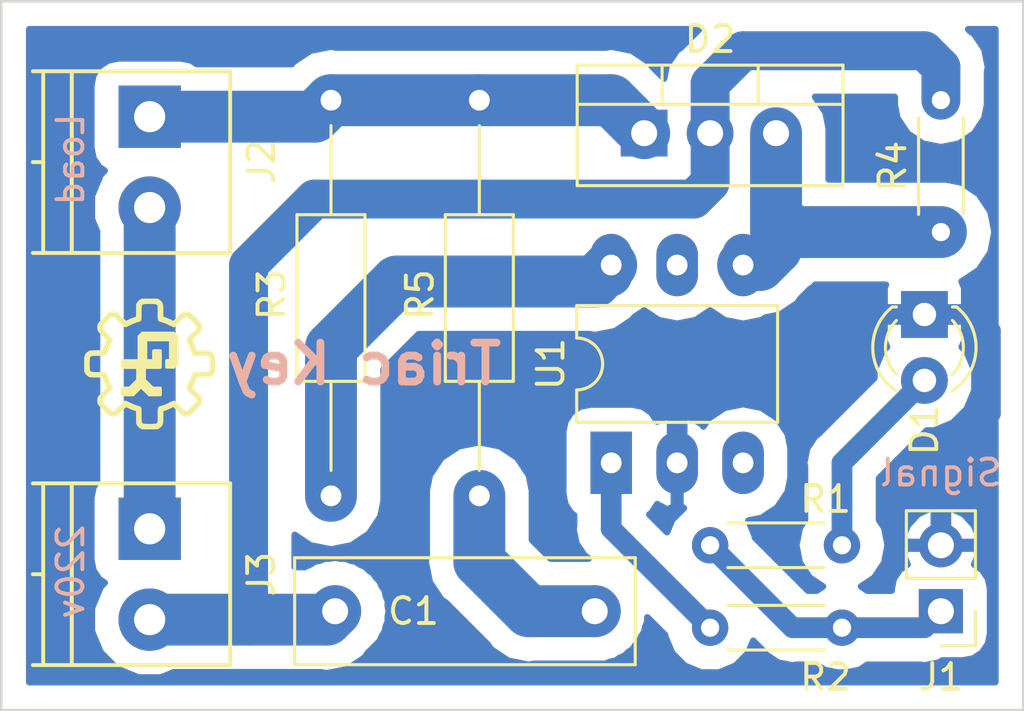
<source format=kicad_pcb>
(kicad_pcb (version 20171130) (host pcbnew "(5.0.0-rc2-154-gb82bf7c44)")

  (general
    (thickness 1.6)
    (drawings 5)
    (tracks 51)
    (zones 0)
    (modules 13)
    (nets 13)
  )

  (page A4)
  (layers
    (0 F.Cu signal)
    (31 B.Cu signal)
    (32 B.Adhes user)
    (33 F.Adhes user)
    (34 B.Paste user)
    (35 F.Paste user)
    (36 B.SilkS user)
    (37 F.SilkS user)
    (38 B.Mask user)
    (39 F.Mask user)
    (40 Dwgs.User user)
    (41 Cmts.User user)
    (42 Eco1.User user)
    (43 Eco2.User user)
    (44 Edge.Cuts user)
    (45 Margin user)
    (46 B.CrtYd user)
    (47 F.CrtYd user)
    (48 B.Fab user)
    (49 F.Fab user)
  )

  (setup
    (last_trace_width 0.25)
    (user_trace_width 0.6)
    (user_trace_width 0.8)
    (user_trace_width 1)
    (user_trace_width 1.5)
    (user_trace_width 2)
    (trace_clearance 0.2)
    (zone_clearance 0.508)
    (zone_45_only no)
    (trace_min 0.2)
    (segment_width 0.2)
    (edge_width 0.1)
    (via_size 0.6)
    (via_drill 0.4)
    (via_min_size 0.4)
    (via_min_drill 0.3)
    (uvia_size 0.3)
    (uvia_drill 0.1)
    (uvias_allowed no)
    (uvia_min_size 0.2)
    (uvia_min_drill 0.1)
    (pcb_text_width 0.3)
    (pcb_text_size 1.5 1.5)
    (mod_edge_width 0.15)
    (mod_text_size 1 1)
    (mod_text_width 0.15)
    (pad_size 1.5 1.5)
    (pad_drill 0.6)
    (pad_to_mask_clearance 0)
    (aux_axis_origin 0 0)
    (visible_elements 7FFFFFFF)
    (pcbplotparams
      (layerselection 0x010f0_80000001)
      (usegerberextensions false)
      (usegerberattributes true)
      (usegerberadvancedattributes false)
      (creategerberjobfile false)
      (excludeedgelayer false)
      (linewidth 0.100000)
      (plotframeref false)
      (viasonmask false)
      (mode 1)
      (useauxorigin true)
      (hpglpennumber 1)
      (hpglpenspeed 20)
      (hpglpendiameter 15.000000)
      (psnegative false)
      (psa4output false)
      (plotreference true)
      (plotvalue true)
      (plotinvisibletext false)
      (padsonsilk false)
      (subtractmaskfromsilk false)
      (outputformat 1)
      (mirror false)
      (drillshape 0)
      (scaleselection 1)
      (outputdirectory plots/))
  )

  (net 0 "")
  (net 1 "Net-(C1-Pad1)")
  (net 2 "Net-(C1-Pad2)")
  (net 3 GND)
  (net 4 "Net-(D1-Pad2)")
  (net 5 "Net-(D2-Pad1)")
  (net 6 "Net-(D2-Pad3)")
  (net 7 "Net-(J1-Pad1)")
  (net 8 "Net-(J2-Pad2)")
  (net 9 "Net-(R2-Pad1)")
  (net 10 "Net-(R3-Pad2)")
  (net 11 "Net-(U1-Pad5)")
  (net 12 "Net-(U1-Pad3)")

  (net_class Default "This is the default net class."
    (clearance 0.2)
    (trace_width 0.25)
    (via_dia 0.6)
    (via_drill 0.4)
    (uvia_dia 0.3)
    (uvia_drill 0.1)
    (add_net GND)
    (add_net "Net-(C1-Pad1)")
    (add_net "Net-(C1-Pad2)")
    (add_net "Net-(D1-Pad2)")
    (add_net "Net-(D2-Pad1)")
    (add_net "Net-(D2-Pad3)")
    (add_net "Net-(J1-Pad1)")
    (add_net "Net-(J2-Pad2)")
    (add_net "Net-(R2-Pad1)")
    (add_net "Net-(R3-Pad2)")
    (add_net "Net-(U1-Pad3)")
    (add_net "Net-(U1-Pad5)")
  )

  (module Capacitors_THT:C_Rect_L13.0mm_W4.0mm_P10.00mm_FKS3_FKP3_MKS4 (layer F.Cu) (tedit 597BC7C2) (tstamp 5AE1C8EF)
    (at 158.75 93.345 180)
    (descr "C, Rect series, Radial, pin pitch=10.00mm, , length*width=13*4mm^2, Capacitor, http://www.wima.com/EN/WIMA_FKS_3.pdf, http://www.wima.com/EN/WIMA_MKS_4.pdf")
    (tags "C Rect series Radial pin pitch 10.00mm  length 13mm width 4mm Capacitor")
    (path /5ADB8535)
    (fp_text reference C1 (at 6.985 0 180) (layer F.SilkS)
      (effects (font (size 1 1) (thickness 0.15)))
    )
    (fp_text value "10nF 400V" (at 3.175 0 180) (layer F.Fab)
      (effects (font (size 1 1) (thickness 0.15)))
    )
    (fp_line (start -1.5 -2) (end -1.5 2) (layer F.Fab) (width 0.1))
    (fp_line (start -1.5 2) (end 11.5 2) (layer F.Fab) (width 0.1))
    (fp_line (start 11.5 2) (end 11.5 -2) (layer F.Fab) (width 0.1))
    (fp_line (start 11.5 -2) (end -1.5 -2) (layer F.Fab) (width 0.1))
    (fp_line (start -1.56 -2.06) (end 11.56 -2.06) (layer F.SilkS) (width 0.12))
    (fp_line (start -1.56 2.06) (end 11.56 2.06) (layer F.SilkS) (width 0.12))
    (fp_line (start -1.56 -2.06) (end -1.56 2.06) (layer F.SilkS) (width 0.12))
    (fp_line (start 11.56 -2.06) (end 11.56 2.06) (layer F.SilkS) (width 0.12))
    (fp_line (start -1.85 -2.35) (end -1.85 2.35) (layer F.CrtYd) (width 0.05))
    (fp_line (start -1.85 2.35) (end 11.85 2.35) (layer F.CrtYd) (width 0.05))
    (fp_line (start 11.85 2.35) (end 11.85 -2.35) (layer F.CrtYd) (width 0.05))
    (fp_line (start 11.85 -2.35) (end -1.85 -2.35) (layer F.CrtYd) (width 0.05))
    (fp_text user %R (at 6.985 0 180) (layer F.Fab)
      (effects (font (size 1 1) (thickness 0.15)))
    )
    (pad 1 thru_hole circle (at 0 0 180) (size 2 2) (drill 1) (layers *.Cu *.Mask)
      (net 1 "Net-(C1-Pad1)"))
    (pad 2 thru_hole circle (at 10 0 180) (size 2 2) (drill 1) (layers *.Cu *.Mask)
      (net 2 "Net-(C1-Pad2)"))
    (model ${KISYS3DMOD}/Capacitors_THT.3dshapes/C_Rect_L13.0mm_W4.0mm_P10.00mm_FKS3_FKP3_MKS4.wrl
      (at (xyz 0 0 0))
      (scale (xyz 1 1 1))
      (rotate (xyz 0 0 0))
    )
  )

  (module LEDs:LED_D3.0mm (layer F.Cu) (tedit 587A3A7B) (tstamp 5AE1C902)
    (at 171.45 81.915 270)
    (descr "LED, diameter 3.0mm, 2 pins")
    (tags "LED diameter 3.0mm 2 pins")
    (path /5ADB13B6)
    (fp_text reference D1 (at 4.445 0 270) (layer F.SilkS)
      (effects (font (size 1 1) (thickness 0.15)))
    )
    (fp_text value "LED SIGNAL" (at 1.27 2.96 270) (layer F.Fab)
      (effects (font (size 1 1) (thickness 0.15)))
    )
    (fp_arc (start 1.27 0) (end -0.23 -1.16619) (angle 284.3) (layer F.Fab) (width 0.1))
    (fp_arc (start 1.27 0) (end -0.29 -1.235516) (angle 108.8) (layer F.SilkS) (width 0.12))
    (fp_arc (start 1.27 0) (end -0.29 1.235516) (angle -108.8) (layer F.SilkS) (width 0.12))
    (fp_arc (start 1.27 0) (end 0.229039 -1.08) (angle 87.9) (layer F.SilkS) (width 0.12))
    (fp_arc (start 1.27 0) (end 0.229039 1.08) (angle -87.9) (layer F.SilkS) (width 0.12))
    (fp_circle (center 1.27 0) (end 2.77 0) (layer F.Fab) (width 0.1))
    (fp_line (start -0.23 -1.16619) (end -0.23 1.16619) (layer F.Fab) (width 0.1))
    (fp_line (start -0.29 -1.236) (end -0.29 -1.08) (layer F.SilkS) (width 0.12))
    (fp_line (start -0.29 1.08) (end -0.29 1.236) (layer F.SilkS) (width 0.12))
    (fp_line (start -1.15 -2.25) (end -1.15 2.25) (layer F.CrtYd) (width 0.05))
    (fp_line (start -1.15 2.25) (end 3.7 2.25) (layer F.CrtYd) (width 0.05))
    (fp_line (start 3.7 2.25) (end 3.7 -2.25) (layer F.CrtYd) (width 0.05))
    (fp_line (start 3.7 -2.25) (end -1.15 -2.25) (layer F.CrtYd) (width 0.05))
    (pad 1 thru_hole rect (at 0 0 270) (size 1.8 1.8) (drill 0.9) (layers *.Cu *.Mask)
      (net 3 GND))
    (pad 2 thru_hole circle (at 2.54 0 270) (size 1.8 1.8) (drill 0.9) (layers *.Cu *.Mask)
      (net 4 "Net-(D1-Pad2)"))
    (model ${KISYS3DMOD}/LEDs.3dshapes/LED_D3.0mm.wrl
      (at (xyz 0 0 0))
      (scale (xyz 0.393701 0.393701 0.393701))
      (rotate (xyz 0 0 0))
    )
  )

  (module TO_SOT_Packages_THT:TO-220-3_Vertical (layer F.Cu) (tedit 58CE52AD) (tstamp 5AE1C91C)
    (at 160.655 74.93)
    (descr "TO-220-3, Vertical, RM 2.54mm")
    (tags "TO-220-3 Vertical RM 2.54mm")
    (path /5ADB04CD)
    (fp_text reference D2 (at 2.54 -3.62) (layer F.SilkS)
      (effects (font (size 1 1) (thickness 0.15)))
    )
    (fp_text value BT138 (at 1.905 2.54) (layer F.Fab)
      (effects (font (size 1 1) (thickness 0.15)))
    )
    (fp_text user %R (at 2.54 -3.62) (layer F.Fab)
      (effects (font (size 1 1) (thickness 0.15)))
    )
    (fp_line (start -2.46 -2.5) (end -2.46 1.9) (layer F.Fab) (width 0.1))
    (fp_line (start -2.46 1.9) (end 7.54 1.9) (layer F.Fab) (width 0.1))
    (fp_line (start 7.54 1.9) (end 7.54 -2.5) (layer F.Fab) (width 0.1))
    (fp_line (start 7.54 -2.5) (end -2.46 -2.5) (layer F.Fab) (width 0.1))
    (fp_line (start -2.46 -1.23) (end 7.54 -1.23) (layer F.Fab) (width 0.1))
    (fp_line (start 0.69 -2.5) (end 0.69 -1.23) (layer F.Fab) (width 0.1))
    (fp_line (start 4.39 -2.5) (end 4.39 -1.23) (layer F.Fab) (width 0.1))
    (fp_line (start -2.58 -2.62) (end 7.66 -2.62) (layer F.SilkS) (width 0.12))
    (fp_line (start -2.58 2.021) (end 7.66 2.021) (layer F.SilkS) (width 0.12))
    (fp_line (start -2.58 -2.62) (end -2.58 2.021) (layer F.SilkS) (width 0.12))
    (fp_line (start 7.66 -2.62) (end 7.66 2.021) (layer F.SilkS) (width 0.12))
    (fp_line (start -2.58 -1.11) (end 7.66 -1.11) (layer F.SilkS) (width 0.12))
    (fp_line (start 0.69 -2.62) (end 0.69 -1.11) (layer F.SilkS) (width 0.12))
    (fp_line (start 4.391 -2.62) (end 4.391 -1.11) (layer F.SilkS) (width 0.12))
    (fp_line (start -2.71 -2.75) (end -2.71 2.16) (layer F.CrtYd) (width 0.05))
    (fp_line (start -2.71 2.16) (end 7.79 2.16) (layer F.CrtYd) (width 0.05))
    (fp_line (start 7.79 2.16) (end 7.79 -2.75) (layer F.CrtYd) (width 0.05))
    (fp_line (start 7.79 -2.75) (end -2.71 -2.75) (layer F.CrtYd) (width 0.05))
    (pad 1 thru_hole rect (at 0 0) (size 1.8 1.8) (drill 1) (layers *.Cu *.Mask)
      (net 5 "Net-(D2-Pad1)"))
    (pad 2 thru_hole oval (at 2.54 0) (size 1.8 1.8) (drill 1) (layers *.Cu *.Mask)
      (net 2 "Net-(C1-Pad2)"))
    (pad 3 thru_hole oval (at 5.08 0) (size 1.8 1.8) (drill 1) (layers *.Cu *.Mask)
      (net 6 "Net-(D2-Pad3)"))
    (model ${KISYS3DMOD}/Package_TO_SOT_THT.3dshapes/TO-220-3_Vertical.wrl
      (at (xyz 0 0 0))
      (scale (xyz 1 1 1))
      (rotate (xyz 0 0 0))
    )
  )

  (module Pin_Headers:Pin_Header_Straight_1x02_Pitch2.54mm (layer F.Cu) (tedit 5AE9ECBE) (tstamp 5AE1C932)
    (at 172.085 93.345 180)
    (descr "Through hole straight pin header, 1x02, 2.54mm pitch, single row")
    (tags "Through hole pin header THT 1x02 2.54mm single row")
    (path /5AE1D77D)
    (fp_text reference J1 (at 0 -2.54 180) (layer F.SilkS)
      (effects (font (size 1 1) (thickness 0.15)))
    )
    (fp_text value Signal (at 0 5.334) (layer B.SilkS)
      (effects (font (size 1 1) (thickness 0.15)) (justify mirror))
    )
    (fp_line (start -0.635 -1.27) (end 1.27 -1.27) (layer F.Fab) (width 0.1))
    (fp_line (start 1.27 -1.27) (end 1.27 3.81) (layer F.Fab) (width 0.1))
    (fp_line (start 1.27 3.81) (end -1.27 3.81) (layer F.Fab) (width 0.1))
    (fp_line (start -1.27 3.81) (end -1.27 -0.635) (layer F.Fab) (width 0.1))
    (fp_line (start -1.27 -0.635) (end -0.635 -1.27) (layer F.Fab) (width 0.1))
    (fp_line (start -1.33 3.87) (end 1.33 3.87) (layer F.SilkS) (width 0.12))
    (fp_line (start -1.33 1.27) (end -1.33 3.87) (layer F.SilkS) (width 0.12))
    (fp_line (start 1.33 1.27) (end 1.33 3.87) (layer F.SilkS) (width 0.12))
    (fp_line (start -1.33 1.27) (end 1.33 1.27) (layer F.SilkS) (width 0.12))
    (fp_line (start -1.33 0) (end -1.33 -1.33) (layer F.SilkS) (width 0.12))
    (fp_line (start -1.33 -1.33) (end 0 -1.33) (layer F.SilkS) (width 0.12))
    (fp_line (start -1.8 -1.8) (end -1.8 4.35) (layer F.CrtYd) (width 0.05))
    (fp_line (start -1.8 4.35) (end 1.8 4.35) (layer F.CrtYd) (width 0.05))
    (fp_line (start 1.8 4.35) (end 1.8 -1.8) (layer F.CrtYd) (width 0.05))
    (fp_line (start 1.8 -1.8) (end -1.8 -1.8) (layer F.CrtYd) (width 0.05))
    (fp_text user %R (at 0 1.27 270) (layer F.Fab)
      (effects (font (size 1 1) (thickness 0.15)))
    )
    (pad 1 thru_hole rect (at 0 0 180) (size 1.7 1.7) (drill 1) (layers *.Cu *.Mask)
      (net 7 "Net-(J1-Pad1)"))
    (pad 2 thru_hole oval (at 0 2.54 180) (size 1.7 1.7) (drill 1) (layers *.Cu *.Mask)
      (net 3 GND))
    (model ${KISYS3DMOD}/Pin_Headers.3dshapes/Pin_Header_Straight_1x02_Pitch2.54mm.wrl
      (at (xyz 0 0 0))
      (scale (xyz 1 1 1))
      (rotate (xyz 0 0 0))
    )
  )

  (module TerminalBlocks_Phoenix:TerminalBlock_Phoenix_PT-3.5mm_2pol (layer F.Cu) (tedit 5AE9EC9E) (tstamp 5AE1C943)
    (at 141.605 74.295 270)
    (descr "2-way 3.5mm pitch terminal block, Phoenix PT series")
    (path /5ADB465D)
    (fp_text reference J2 (at 1.75 -4.3 270) (layer F.SilkS)
      (effects (font (size 1 1) (thickness 0.15)))
    )
    (fp_text value Load (at 1.651 3.048 270) (layer B.SilkS)
      (effects (font (size 1 1) (thickness 0.15)) (justify mirror))
    )
    (fp_text user %R (at 1.75 0 270) (layer F.Fab)
      (effects (font (size 1 1) (thickness 0.15)))
    )
    (fp_line (start -1.9 -3.3) (end 5.4 -3.3) (layer F.CrtYd) (width 0.05))
    (fp_line (start -1.9 4.7) (end -1.9 -3.3) (layer F.CrtYd) (width 0.05))
    (fp_line (start 5.4 4.7) (end -1.9 4.7) (layer F.CrtYd) (width 0.05))
    (fp_line (start 5.4 -3.3) (end 5.4 4.7) (layer F.CrtYd) (width 0.05))
    (fp_line (start 1.75 4.1) (end 1.75 4.5) (layer F.SilkS) (width 0.15))
    (fp_line (start -1.75 3) (end 5.25 3) (layer F.SilkS) (width 0.15))
    (fp_line (start -1.75 4.1) (end 5.25 4.1) (layer F.SilkS) (width 0.15))
    (fp_line (start -1.75 -3.1) (end -1.75 4.5) (layer F.SilkS) (width 0.15))
    (fp_line (start 5.25 4.5) (end 5.25 -3.1) (layer F.SilkS) (width 0.15))
    (fp_line (start 5.25 -3.1) (end -1.75 -3.1) (layer F.SilkS) (width 0.15))
    (pad 2 thru_hole circle (at 3.5 0 270) (size 2.4 2.4) (drill 1.2) (layers *.Cu *.Mask)
      (net 8 "Net-(J2-Pad2)"))
    (pad 1 thru_hole rect (at 0 0 270) (size 2.4 2.4) (drill 1.2) (layers *.Cu *.Mask)
      (net 5 "Net-(D2-Pad1)"))
    (model ${KISYS3DMOD}/TerminalBlock_Phoenix.3dshapes/TerminalBlock_Phoenix_PT-3.5mm_2pol.wrl
      (at (xyz 0 0 0))
      (scale (xyz 1 1 1))
      (rotate (xyz 0 0 0))
    )
  )

  (module TerminalBlocks_Phoenix:TerminalBlock_Phoenix_PT-3.5mm_2pol (layer F.Cu) (tedit 5AE9ECA7) (tstamp 5AE1C954)
    (at 141.605 90.17 270)
    (descr "2-way 3.5mm pitch terminal block, Phoenix PT series")
    (path /5ADB5F0B)
    (fp_text reference J3 (at 1.75 -4.3 270) (layer F.SilkS)
      (effects (font (size 1 1) (thickness 0.15)))
    )
    (fp_text value 220v (at 1.651 3.048 270) (layer B.SilkS)
      (effects (font (size 1 1) (thickness 0.15)) (justify mirror))
    )
    (fp_text user %R (at 1.75 0 270) (layer F.Fab)
      (effects (font (size 1 1) (thickness 0.15)))
    )
    (fp_line (start -1.9 -3.3) (end 5.4 -3.3) (layer F.CrtYd) (width 0.05))
    (fp_line (start -1.9 4.7) (end -1.9 -3.3) (layer F.CrtYd) (width 0.05))
    (fp_line (start 5.4 4.7) (end -1.9 4.7) (layer F.CrtYd) (width 0.05))
    (fp_line (start 5.4 -3.3) (end 5.4 4.7) (layer F.CrtYd) (width 0.05))
    (fp_line (start 1.75 4.1) (end 1.75 4.5) (layer F.SilkS) (width 0.15))
    (fp_line (start -1.75 3) (end 5.25 3) (layer F.SilkS) (width 0.15))
    (fp_line (start -1.75 4.1) (end 5.25 4.1) (layer F.SilkS) (width 0.15))
    (fp_line (start -1.75 -3.1) (end -1.75 4.5) (layer F.SilkS) (width 0.15))
    (fp_line (start 5.25 4.5) (end 5.25 -3.1) (layer F.SilkS) (width 0.15))
    (fp_line (start 5.25 -3.1) (end -1.75 -3.1) (layer F.SilkS) (width 0.15))
    (pad 2 thru_hole circle (at 3.5 0 270) (size 2.4 2.4) (drill 1.2) (layers *.Cu *.Mask)
      (net 2 "Net-(C1-Pad2)"))
    (pad 1 thru_hole rect (at 0 0 270) (size 2.4 2.4) (drill 1.2) (layers *.Cu *.Mask)
      (net 8 "Net-(J2-Pad2)"))
    (model ${KISYS3DMOD}/TerminalBlock_Phoenix.3dshapes/TerminalBlock_Phoenix_PT-3.5mm_2pol.wrl
      (at (xyz 0 0 0))
      (scale (xyz 1 1 1))
      (rotate (xyz 0 0 0))
    )
  )

  (module Resistors_THT:R_Axial_DIN0204_L3.6mm_D1.6mm_P5.08mm_Horizontal (layer F.Cu) (tedit 5874F706) (tstamp 5AE1C966)
    (at 163.195 90.805)
    (descr "Resistor, Axial_DIN0204 series, Axial, Horizontal, pin pitch=5.08mm, 0.16666666666666666W = 1/6W, length*diameter=3.6*1.6mm^2, http://cdn-reichelt.de/documents/datenblatt/B400/1_4W%23YAG.pdf")
    (tags "Resistor Axial_DIN0204 series Axial Horizontal pin pitch 5.08mm 0.16666666666666666W = 1/6W length 3.6mm diameter 1.6mm")
    (path /5ADCCB7A)
    (fp_text reference R1 (at 4.445 -1.778) (layer F.SilkS)
      (effects (font (size 1 1) (thickness 0.15)))
    )
    (fp_text value 220 (at 2.54 0) (layer F.Fab)
      (effects (font (size 1 1) (thickness 0.15)))
    )
    (fp_line (start 0.74 -0.8) (end 0.74 0.8) (layer F.Fab) (width 0.1))
    (fp_line (start 0.74 0.8) (end 4.34 0.8) (layer F.Fab) (width 0.1))
    (fp_line (start 4.34 0.8) (end 4.34 -0.8) (layer F.Fab) (width 0.1))
    (fp_line (start 4.34 -0.8) (end 0.74 -0.8) (layer F.Fab) (width 0.1))
    (fp_line (start 0 0) (end 0.74 0) (layer F.Fab) (width 0.1))
    (fp_line (start 5.08 0) (end 4.34 0) (layer F.Fab) (width 0.1))
    (fp_line (start 0.68 -0.86) (end 4.4 -0.86) (layer F.SilkS) (width 0.12))
    (fp_line (start 0.68 0.86) (end 4.4 0.86) (layer F.SilkS) (width 0.12))
    (fp_line (start -0.95 -1.15) (end -0.95 1.15) (layer F.CrtYd) (width 0.05))
    (fp_line (start -0.95 1.15) (end 6.05 1.15) (layer F.CrtYd) (width 0.05))
    (fp_line (start 6.05 1.15) (end 6.05 -1.15) (layer F.CrtYd) (width 0.05))
    (fp_line (start 6.05 -1.15) (end -0.95 -1.15) (layer F.CrtYd) (width 0.05))
    (pad 1 thru_hole circle (at 0 0) (size 1.4 1.4) (drill 0.7) (layers *.Cu *.Mask)
      (net 7 "Net-(J1-Pad1)"))
    (pad 2 thru_hole oval (at 5.08 0) (size 1.4 1.4) (drill 0.7) (layers *.Cu *.Mask)
      (net 4 "Net-(D1-Pad2)"))
    (model ${KISYS3DMOD}/Resistors_THT.3dshapes/R_Axial_DIN0204_L3.6mm_D1.6mm_P5.08mm_Horizontal.wrl
      (at (xyz 0 0 0))
      (scale (xyz 0.393701 0.393701 0.393701))
      (rotate (xyz 0 0 0))
    )
  )

  (module Resistors_THT:R_Axial_DIN0204_L3.6mm_D1.6mm_P5.08mm_Horizontal (layer F.Cu) (tedit 5874F706) (tstamp 5AE1C978)
    (at 163.195 93.98)
    (descr "Resistor, Axial_DIN0204 series, Axial, Horizontal, pin pitch=5.08mm, 0.16666666666666666W = 1/6W, length*diameter=3.6*1.6mm^2, http://cdn-reichelt.de/documents/datenblatt/B400/1_4W%23YAG.pdf")
    (tags "Resistor Axial_DIN0204 series Axial Horizontal pin pitch 5.08mm 0.16666666666666666W = 1/6W length 3.6mm diameter 1.6mm")
    (path /5ADB152A)
    (fp_text reference R2 (at 4.445 1.905) (layer F.SilkS)
      (effects (font (size 1 1) (thickness 0.15)))
    )
    (fp_text value 220 (at 2.54 0) (layer F.Fab)
      (effects (font (size 1 1) (thickness 0.15)))
    )
    (fp_line (start 0.74 -0.8) (end 0.74 0.8) (layer F.Fab) (width 0.1))
    (fp_line (start 0.74 0.8) (end 4.34 0.8) (layer F.Fab) (width 0.1))
    (fp_line (start 4.34 0.8) (end 4.34 -0.8) (layer F.Fab) (width 0.1))
    (fp_line (start 4.34 -0.8) (end 0.74 -0.8) (layer F.Fab) (width 0.1))
    (fp_line (start 0 0) (end 0.74 0) (layer F.Fab) (width 0.1))
    (fp_line (start 5.08 0) (end 4.34 0) (layer F.Fab) (width 0.1))
    (fp_line (start 0.68 -0.86) (end 4.4 -0.86) (layer F.SilkS) (width 0.12))
    (fp_line (start 0.68 0.86) (end 4.4 0.86) (layer F.SilkS) (width 0.12))
    (fp_line (start -0.95 -1.15) (end -0.95 1.15) (layer F.CrtYd) (width 0.05))
    (fp_line (start -0.95 1.15) (end 6.05 1.15) (layer F.CrtYd) (width 0.05))
    (fp_line (start 6.05 1.15) (end 6.05 -1.15) (layer F.CrtYd) (width 0.05))
    (fp_line (start 6.05 -1.15) (end -0.95 -1.15) (layer F.CrtYd) (width 0.05))
    (pad 1 thru_hole circle (at 0 0) (size 1.4 1.4) (drill 0.7) (layers *.Cu *.Mask)
      (net 9 "Net-(R2-Pad1)"))
    (pad 2 thru_hole oval (at 5.08 0) (size 1.4 1.4) (drill 0.7) (layers *.Cu *.Mask)
      (net 7 "Net-(J1-Pad1)"))
    (model ${KISYS3DMOD}/Resistors_THT.3dshapes/R_Axial_DIN0204_L3.6mm_D1.6mm_P5.08mm_Horizontal.wrl
      (at (xyz 0 0 0))
      (scale (xyz 0.393701 0.393701 0.393701))
      (rotate (xyz 0 0 0))
    )
  )

  (module Resistors_THT:R_Axial_DIN0207_L6.3mm_D2.5mm_P15.24mm_Horizontal (layer F.Cu) (tedit 5874F706) (tstamp 5AE1C98E)
    (at 148.59 73.66 270)
    (descr "Resistor, Axial_DIN0207 series, Axial, Horizontal, pin pitch=15.24mm, 0.25W = 1/4W, length*diameter=6.3*2.5mm^2, http://cdn-reichelt.de/documents/datenblatt/B400/1_4W%23YAG.pdf")
    (tags "Resistor Axial_DIN0207 series Axial Horizontal pin pitch 15.24mm 0.25W = 1/4W length 6.3mm diameter 2.5mm")
    (path /5ADB0598)
    (fp_text reference R3 (at 7.493 2.286 270) (layer F.SilkS)
      (effects (font (size 1 1) (thickness 0.15)))
    )
    (fp_text value "360 1W" (at 6.35 0 270) (layer F.Fab)
      (effects (font (size 1 1) (thickness 0.15)))
    )
    (fp_line (start 4.47 -1.25) (end 4.47 1.25) (layer F.Fab) (width 0.1))
    (fp_line (start 4.47 1.25) (end 10.77 1.25) (layer F.Fab) (width 0.1))
    (fp_line (start 10.77 1.25) (end 10.77 -1.25) (layer F.Fab) (width 0.1))
    (fp_line (start 10.77 -1.25) (end 4.47 -1.25) (layer F.Fab) (width 0.1))
    (fp_line (start 0 0) (end 4.47 0) (layer F.Fab) (width 0.1))
    (fp_line (start 15.24 0) (end 10.77 0) (layer F.Fab) (width 0.1))
    (fp_line (start 4.41 -1.31) (end 4.41 1.31) (layer F.SilkS) (width 0.12))
    (fp_line (start 4.41 1.31) (end 10.83 1.31) (layer F.SilkS) (width 0.12))
    (fp_line (start 10.83 1.31) (end 10.83 -1.31) (layer F.SilkS) (width 0.12))
    (fp_line (start 10.83 -1.31) (end 4.41 -1.31) (layer F.SilkS) (width 0.12))
    (fp_line (start 0.98 0) (end 4.41 0) (layer F.SilkS) (width 0.12))
    (fp_line (start 14.26 0) (end 10.83 0) (layer F.SilkS) (width 0.12))
    (fp_line (start -1.05 -1.6) (end -1.05 1.6) (layer F.CrtYd) (width 0.05))
    (fp_line (start -1.05 1.6) (end 16.3 1.6) (layer F.CrtYd) (width 0.05))
    (fp_line (start 16.3 1.6) (end 16.3 -1.6) (layer F.CrtYd) (width 0.05))
    (fp_line (start 16.3 -1.6) (end -1.05 -1.6) (layer F.CrtYd) (width 0.05))
    (pad 1 thru_hole circle (at 0 0 270) (size 1.6 1.6) (drill 0.8) (layers *.Cu *.Mask)
      (net 5 "Net-(D2-Pad1)"))
    (pad 2 thru_hole oval (at 15.24 0 270) (size 1.6 1.6) (drill 0.8) (layers *.Cu *.Mask)
      (net 10 "Net-(R3-Pad2)"))
    (model ${KISYS3DMOD}/Resistors_THT.3dshapes/R_Axial_DIN0207_L6.3mm_D2.5mm_P15.24mm_Horizontal.wrl
      (at (xyz 0 0 0))
      (scale (xyz 0.393701 0.393701 0.393701))
      (rotate (xyz 0 0 0))
    )
  )

  (module Resistors_THT:R_Axial_DIN0204_L3.6mm_D1.6mm_P5.08mm_Horizontal (layer F.Cu) (tedit 5874F706) (tstamp 5AE1C9A0)
    (at 172.085 78.74 90)
    (descr "Resistor, Axial_DIN0204 series, Axial, Horizontal, pin pitch=5.08mm, 0.16666666666666666W = 1/6W, length*diameter=3.6*1.6mm^2, http://cdn-reichelt.de/documents/datenblatt/B400/1_4W%23YAG.pdf")
    (tags "Resistor Axial_DIN0204 series Axial Horizontal pin pitch 5.08mm 0.16666666666666666W = 1/6W length 3.6mm diameter 1.6mm")
    (path /5ADBC30C)
    (fp_text reference R4 (at 2.54 -1.86 90) (layer F.SilkS)
      (effects (font (size 1 1) (thickness 0.15)))
    )
    (fp_text value 360 (at 2.54 0 90) (layer F.Fab)
      (effects (font (size 1 1) (thickness 0.15)))
    )
    (fp_line (start 0.74 -0.8) (end 0.74 0.8) (layer F.Fab) (width 0.1))
    (fp_line (start 0.74 0.8) (end 4.34 0.8) (layer F.Fab) (width 0.1))
    (fp_line (start 4.34 0.8) (end 4.34 -0.8) (layer F.Fab) (width 0.1))
    (fp_line (start 4.34 -0.8) (end 0.74 -0.8) (layer F.Fab) (width 0.1))
    (fp_line (start 0 0) (end 0.74 0) (layer F.Fab) (width 0.1))
    (fp_line (start 5.08 0) (end 4.34 0) (layer F.Fab) (width 0.1))
    (fp_line (start 0.68 -0.86) (end 4.4 -0.86) (layer F.SilkS) (width 0.12))
    (fp_line (start 0.68 0.86) (end 4.4 0.86) (layer F.SilkS) (width 0.12))
    (fp_line (start -0.95 -1.15) (end -0.95 1.15) (layer F.CrtYd) (width 0.05))
    (fp_line (start -0.95 1.15) (end 6.05 1.15) (layer F.CrtYd) (width 0.05))
    (fp_line (start 6.05 1.15) (end 6.05 -1.15) (layer F.CrtYd) (width 0.05))
    (fp_line (start 6.05 -1.15) (end -0.95 -1.15) (layer F.CrtYd) (width 0.05))
    (pad 1 thru_hole circle (at 0 0 90) (size 1.4 1.4) (drill 0.7) (layers *.Cu *.Mask)
      (net 6 "Net-(D2-Pad3)"))
    (pad 2 thru_hole oval (at 5.08 0 90) (size 1.4 1.4) (drill 0.7) (layers *.Cu *.Mask)
      (net 2 "Net-(C1-Pad2)"))
    (model ${KISYS3DMOD}/Resistors_THT.3dshapes/R_Axial_DIN0204_L3.6mm_D1.6mm_P5.08mm_Horizontal.wrl
      (at (xyz 0 0 0))
      (scale (xyz 0.393701 0.393701 0.393701))
      (rotate (xyz 0 0 0))
    )
  )

  (module Resistors_THT:R_Axial_DIN0207_L6.3mm_D2.5mm_P15.24mm_Horizontal (layer F.Cu) (tedit 5874F706) (tstamp 5AE1C9B6)
    (at 154.305 88.9 90)
    (descr "Resistor, Axial_DIN0207 series, Axial, Horizontal, pin pitch=15.24mm, 0.25W = 1/4W, length*diameter=6.3*2.5mm^2, http://cdn-reichelt.de/documents/datenblatt/B400/1_4W%23YAG.pdf")
    (tags "Resistor Axial_DIN0207 series Axial Horizontal pin pitch 15.24mm 0.25W = 1/4W length 6.3mm diameter 2.5mm")
    (path /5ADB837E)
    (fp_text reference R5 (at 7.747 -2.286 90) (layer F.SilkS)
      (effects (font (size 1 1) (thickness 0.15)))
    )
    (fp_text value "39 1W" (at 9.525 0 90) (layer F.Fab)
      (effects (font (size 1 1) (thickness 0.15)))
    )
    (fp_line (start 4.47 -1.25) (end 4.47 1.25) (layer F.Fab) (width 0.1))
    (fp_line (start 4.47 1.25) (end 10.77 1.25) (layer F.Fab) (width 0.1))
    (fp_line (start 10.77 1.25) (end 10.77 -1.25) (layer F.Fab) (width 0.1))
    (fp_line (start 10.77 -1.25) (end 4.47 -1.25) (layer F.Fab) (width 0.1))
    (fp_line (start 0 0) (end 4.47 0) (layer F.Fab) (width 0.1))
    (fp_line (start 15.24 0) (end 10.77 0) (layer F.Fab) (width 0.1))
    (fp_line (start 4.41 -1.31) (end 4.41 1.31) (layer F.SilkS) (width 0.12))
    (fp_line (start 4.41 1.31) (end 10.83 1.31) (layer F.SilkS) (width 0.12))
    (fp_line (start 10.83 1.31) (end 10.83 -1.31) (layer F.SilkS) (width 0.12))
    (fp_line (start 10.83 -1.31) (end 4.41 -1.31) (layer F.SilkS) (width 0.12))
    (fp_line (start 0.98 0) (end 4.41 0) (layer F.SilkS) (width 0.12))
    (fp_line (start 14.26 0) (end 10.83 0) (layer F.SilkS) (width 0.12))
    (fp_line (start -1.05 -1.6) (end -1.05 1.6) (layer F.CrtYd) (width 0.05))
    (fp_line (start -1.05 1.6) (end 16.3 1.6) (layer F.CrtYd) (width 0.05))
    (fp_line (start 16.3 1.6) (end 16.3 -1.6) (layer F.CrtYd) (width 0.05))
    (fp_line (start 16.3 -1.6) (end -1.05 -1.6) (layer F.CrtYd) (width 0.05))
    (pad 1 thru_hole circle (at 0 0 90) (size 1.6 1.6) (drill 0.8) (layers *.Cu *.Mask)
      (net 1 "Net-(C1-Pad1)"))
    (pad 2 thru_hole oval (at 15.24 0 90) (size 1.6 1.6) (drill 0.8) (layers *.Cu *.Mask)
      (net 5 "Net-(D2-Pad1)"))
    (model ${KISYS3DMOD}/Resistors_THT.3dshapes/R_Axial_DIN0207_L6.3mm_D2.5mm_P15.24mm_Horizontal.wrl
      (at (xyz 0 0 0))
      (scale (xyz 0.393701 0.393701 0.393701))
      (rotate (xyz 0 0 0))
    )
  )

  (module Housings_DIP:DIP-6_W7.62mm_LongPads (layer F.Cu) (tedit 59C78D6B) (tstamp 5AE1C9D0)
    (at 159.385 87.63 90)
    (descr "6-lead though-hole mounted DIP package, row spacing 7.62 mm (300 mils), LongPads")
    (tags "THT DIP DIL PDIP 2.54mm 7.62mm 300mil LongPads")
    (path /5AE1973D)
    (fp_text reference U1 (at 3.81 -2.33 90) (layer F.SilkS)
      (effects (font (size 1 1) (thickness 0.15)))
    )
    (fp_text value MOC3063M (at 3.81 7.41 90) (layer F.Fab)
      (effects (font (size 1 1) (thickness 0.15)))
    )
    (fp_arc (start 3.81 -1.33) (end 2.81 -1.33) (angle -180) (layer F.SilkS) (width 0.12))
    (fp_line (start 1.635 -1.27) (end 6.985 -1.27) (layer F.Fab) (width 0.1))
    (fp_line (start 6.985 -1.27) (end 6.985 6.35) (layer F.Fab) (width 0.1))
    (fp_line (start 6.985 6.35) (end 0.635 6.35) (layer F.Fab) (width 0.1))
    (fp_line (start 0.635 6.35) (end 0.635 -0.27) (layer F.Fab) (width 0.1))
    (fp_line (start 0.635 -0.27) (end 1.635 -1.27) (layer F.Fab) (width 0.1))
    (fp_line (start 2.81 -1.33) (end 1.56 -1.33) (layer F.SilkS) (width 0.12))
    (fp_line (start 1.56 -1.33) (end 1.56 6.41) (layer F.SilkS) (width 0.12))
    (fp_line (start 1.56 6.41) (end 6.06 6.41) (layer F.SilkS) (width 0.12))
    (fp_line (start 6.06 6.41) (end 6.06 -1.33) (layer F.SilkS) (width 0.12))
    (fp_line (start 6.06 -1.33) (end 4.81 -1.33) (layer F.SilkS) (width 0.12))
    (fp_line (start -1.45 -1.55) (end -1.45 6.6) (layer F.CrtYd) (width 0.05))
    (fp_line (start -1.45 6.6) (end 9.1 6.6) (layer F.CrtYd) (width 0.05))
    (fp_line (start 9.1 6.6) (end 9.1 -1.55) (layer F.CrtYd) (width 0.05))
    (fp_line (start 9.1 -1.55) (end -1.45 -1.55) (layer F.CrtYd) (width 0.05))
    (fp_text user %R (at 3.81 2.54 90) (layer F.Fab)
      (effects (font (size 1 1) (thickness 0.15)))
    )
    (pad 1 thru_hole rect (at 0 0 90) (size 2.4 1.6) (drill 0.8) (layers *.Cu *.Mask)
      (net 9 "Net-(R2-Pad1)"))
    (pad 4 thru_hole oval (at 7.62 5.08 90) (size 2.4 1.6) (drill 0.8) (layers *.Cu *.Mask)
      (net 6 "Net-(D2-Pad3)"))
    (pad 2 thru_hole oval (at 0 2.54 90) (size 2.4 1.6) (drill 0.8) (layers *.Cu *.Mask)
      (net 3 GND))
    (pad 5 thru_hole oval (at 7.62 2.54 90) (size 2.4 1.6) (drill 0.8) (layers *.Cu *.Mask)
      (net 11 "Net-(U1-Pad5)"))
    (pad 3 thru_hole oval (at 0 5.08 90) (size 2.4 1.6) (drill 0.8) (layers *.Cu *.Mask)
      (net 12 "Net-(U1-Pad3)"))
    (pad 6 thru_hole oval (at 7.62 0 90) (size 2.4 1.6) (drill 0.8) (layers *.Cu *.Mask)
      (net 10 "Net-(R3-Pad2)"))
    (model ${KISYS3DMOD}/Housings_DIP.3dshapes/DIP-6_W7.62mm.wrl
      (at (xyz 0 0 0))
      (scale (xyz 1 1 1))
      (rotate (xyz 0 0 0))
    )
  )

  (module gk-pcb-logo:pcb-logo-v1-5mm (layer F.Cu) (tedit 0) (tstamp 5B25434F)
    (at 141.605 83.82 270)
    (fp_text reference G*** (at 0 0 270) (layer F.SilkS) hide
      (effects (font (size 1.524 1.524) (thickness 0.3)))
    )
    (fp_text value LOGO (at 0.75 0 270) (layer F.SilkS) hide
      (effects (font (size 1.524 1.524) (thickness 0.3)))
    )
    (fp_poly (pts (xy -0.530314 -1.112337) (xy 0.014767 -1.112192) (xy 0.095988 -1.0245) (xy 0.177209 -0.936809)
      (xy 0.177209 -0.78049) (xy 0.176572 -0.712117) (xy 0.174608 -0.662263) (xy 0.171237 -0.629796)
      (xy 0.166379 -0.613583) (xy 0.165395 -0.612357) (xy 0.151707 -0.607194) (xy 0.121813 -0.603558)
      (xy 0.074612 -0.601371) (xy 0.009 -0.600553) (xy -0.000444 -0.600543) (xy -0.066364 -0.600939)
      (xy -0.115054 -0.602955) (xy -0.148971 -0.60783) (xy -0.17057 -0.616806) (xy -0.182309 -0.631123)
      (xy -0.186644 -0.652021) (xy -0.186031 -0.680742) (xy -0.185028 -0.69376) (xy -0.180512 -0.748217)
      (xy -0.876202 -0.748217) (xy -0.876202 0.098449) (xy -0.182132 0.098449) (xy -0.182132 -0.09845)
      (xy -0.355354 -0.09845) (xy -0.418451 -0.098632) (xy -0.464809 -0.099364) (xy -0.497376 -0.100926)
      (xy -0.519102 -0.103599) (xy -0.532935 -0.107662) (xy -0.541825 -0.113396) (xy -0.54487 -0.116454)
      (xy -0.551248 -0.126354) (xy -0.55576 -0.141758) (xy -0.558703 -0.16579) (xy -0.560378 -0.201574)
      (xy -0.561081 -0.252235) (xy -0.561163 -0.286772) (xy -0.560496 -0.354432) (xy -0.558444 -0.403523)
      (xy -0.554928 -0.435124) (xy -0.549871 -0.450313) (xy -0.549349 -0.4509) (xy -0.540306 -0.454286)
      (xy -0.519723 -0.457032) (xy -0.486251 -0.459182) (xy -0.438543 -0.460781) (xy -0.375253 -0.461873)
      (xy -0.295033 -0.462502) (xy -0.196536 -0.462713) (xy -0.191534 -0.462714) (xy -0.099505 -0.462657)
      (xy -0.025165 -0.462421) (xy 0.033489 -0.461906) (xy 0.078457 -0.461012) (xy 0.111742 -0.459641)
      (xy 0.135343 -0.457692) (xy 0.151264 -0.455067) (xy 0.161506 -0.451665) (xy 0.168069 -0.447387)
      (xy 0.170761 -0.44471) (xy 0.175514 -0.437585) (xy 0.179256 -0.426453) (xy 0.182105 -0.409119)
      (xy 0.184178 -0.383387) (xy 0.185592 -0.347061) (xy 0.186464 -0.297945) (xy 0.186912 -0.233843)
      (xy 0.187052 -0.152559) (xy 0.187054 -0.139516) (xy 0.187054 0.147674) (xy 0.595874 0.147674)
      (xy 0.878124 -0.13508) (xy 0.876742 -0.280428) (xy 0.87603 -0.343677) (xy 0.876982 -0.390344)
      (xy 0.882158 -0.422938) (xy 0.894124 -0.443972) (xy 0.915441 -0.455955) (xy 0.948673 -0.461399)
      (xy 0.996383 -0.462815) (xy 1.061134 -0.462714) (xy 1.062812 -0.462714) (xy 1.130776 -0.46206)
      (xy 1.180194 -0.460046) (xy 1.212167 -0.456593) (xy 1.227799 -0.451623) (xy 1.228651 -0.4509)
      (xy 1.232723 -0.440362) (xy 1.235824 -0.416929) (xy 1.238022 -0.379128) (xy 1.239383 -0.325488)
      (xy 1.239975 -0.254535) (xy 1.239987 -0.202314) (xy 1.23951 0.034457) (xy 1.097587 0.182131)
      (xy 0.955664 0.329806) (xy 1.098065 0.472677) (xy 1.240465 0.615548) (xy 1.240465 0.8522)
      (xy 1.240137 0.934585) (xy 1.239107 0.998726) (xy 1.237307 1.04606) (xy 1.23467 1.078023)
      (xy 1.231125 1.096052) (xy 1.228651 1.100666) (xy 1.214963 1.105829) (xy 1.185069 1.109465)
      (xy 1.137868 1.111653) (xy 1.072256 1.11247) (xy 1.062812 1.11248) (xy 1.003363 1.112235)
      (xy 0.960479 1.111287) (xy 0.93104 1.109318) (xy 0.911927 1.10601) (xy 0.900017 1.101046)
      (xy 0.893142 1.095192) (xy 0.886757 1.084696) (xy 0.882303 1.067577) (xy 0.879468 1.040679)
      (xy 0.87794 1.000845) (xy 0.877407 0.944919) (xy 0.877394 0.935881) (xy 0.877292 0.793858)
      (xy 0.595874 0.511938) (xy 0.187054 0.511938) (xy 0.187054 0.795916) (xy 0.186976 0.878563)
      (xy 0.186653 0.94375) (xy 0.185952 0.993709) (xy 0.184739 1.030668) (xy 0.182879 1.056857)
      (xy 0.18024 1.074508) (xy 0.176687 1.085849) (xy 0.172087 1.093112) (xy 0.16905 1.096187)
      (xy 0.15915 1.102565) (xy 0.143746 1.107077) (xy 0.119714 1.11002) (xy 0.08393 1.111695)
      (xy 0.033269 1.112398) (xy -0.001268 1.11248) (xy -0.068928 1.111813) (xy -0.118019 1.109761)
      (xy -0.14962 1.106245) (xy -0.164809 1.101188) (xy -0.165396 1.100666) (xy -0.168954 1.091255)
      (xy -0.171803 1.069958) (xy -0.173994 1.035391) (xy -0.175577 0.986171) (xy -0.176603 0.920915)
      (xy -0.177121 0.838239) (xy -0.17721 0.775783) (xy -0.17721 0.462713) (xy -1.078458 0.462713)
      (xy -1.159462 0.381286) (xy -1.240466 0.29986) (xy -1.239576 -0.940194) (xy -1.157485 -1.026338)
      (xy -1.075394 -1.112481) (xy -0.530314 -1.112337)) (layer F.SilkS) (width 0.01))
    (fp_poly (pts (xy 0.346154 -2.488021) (xy 0.41056 -2.44566) (xy 0.464769 -2.387707) (xy 0.494282 -2.341084)
      (xy 0.501347 -2.326956) (xy 0.506812 -2.312523) (xy 0.510924 -2.295059) (xy 0.513928 -2.271839)
      (xy 0.516072 -2.240135) (xy 0.517602 -2.197224) (xy 0.518765 -2.140377) (xy 0.519807 -2.06687)
      (xy 0.519926 -2.057556) (xy 0.522992 -1.816314) (xy 0.618375 -1.783153) (xy 0.670868 -1.763649)
      (xy 0.73117 -1.739325) (xy 0.789491 -1.714192) (xy 0.813543 -1.70319) (xy 0.913326 -1.656387)
      (xy 1.064589 -1.80811) (xy 1.125213 -1.868196) (xy 1.175104 -1.915351) (xy 1.216879 -1.951116)
      (xy 1.253156 -1.97703) (xy 1.286551 -1.994636) (xy 1.319682 -2.005475) (xy 1.355167 -2.011087)
      (xy 1.395623 -2.013013) (xy 1.412752 -2.013099) (xy 1.45168 -2.012363) (xy 1.485156 -2.00939)
      (xy 1.51547 -2.002751) (xy 1.544917 -1.991018) (xy 1.575789 -1.972763) (xy 1.610379 -1.946558)
      (xy 1.650981 -1.910974) (xy 1.699886 -1.864583) (xy 1.759387 -1.805956) (xy 1.782879 -1.782544)
      (xy 1.846052 -1.71912) (xy 1.896501 -1.667067) (xy 1.935653 -1.624064) (xy 1.964933 -1.587791)
      (xy 1.98577 -1.555929) (xy 1.999589 -1.526156) (xy 2.007818 -1.496153) (xy 2.011882 -1.463599)
      (xy 2.01321 -1.426174) (xy 2.013294 -1.40783) (xy 2.012705 -1.361912) (xy 2.010147 -1.329533)
      (xy 2.004437 -1.304558) (xy 1.994388 -1.280851) (xy 1.985586 -1.264325) (xy 1.968459 -1.239563)
      (xy 1.938955 -1.203785) (xy 1.899158 -1.159335) (xy 1.851154 -1.108555) (xy 1.807092 -1.063798)
      (xy 1.656307 -0.913248) (xy 1.700709 -0.819514) (xy 1.724796 -0.766059) (xy 1.750663 -0.704499)
      (xy 1.77391 -0.645424) (xy 1.780994 -0.626243) (xy 1.816876 -0.526706) (xy 2.057837 -0.521783)
      (xy 2.133432 -0.520147) (xy 2.19207 -0.518534) (xy 2.236481 -0.516678) (xy 2.269395 -0.514315)
      (xy 2.293544 -0.51118) (xy 2.311657 -0.507007) (xy 2.326465 -0.501531) (xy 2.340699 -0.494488)
      (xy 2.341083 -0.494283) (xy 2.408106 -0.448419) (xy 2.46127 -0.39061) (xy 2.48802 -0.346155)
      (xy 2.515387 -0.290427) (xy 2.515387 0.290426) (xy 2.48802 0.346154) (xy 2.44566 0.41056)
      (xy 2.387706 0.464769) (xy 2.341083 0.494282) (xy 2.326973 0.50134) (xy 2.312558 0.5068)
      (xy 2.295119 0.51091) (xy 2.271932 0.513915) (xy 2.240277 0.516061) (xy 2.197432 0.517593)
      (xy 2.140676 0.518757) (xy 2.067287 0.519799) (xy 2.056966 0.519931) (xy 1.815134 0.523001)
      (xy 1.788793 0.603613) (xy 1.773666 0.645887) (xy 1.752869 0.698636) (xy 1.729337 0.754623)
      (xy 1.709573 0.798928) (xy 1.656693 0.913632) (xy 1.807285 1.063989) (xy 1.860404 1.118153)
      (xy 1.907046 1.16793) (xy 1.94512 1.21097) (xy 1.972535 1.244925) (xy 1.985586 1.264324)
      (xy 1.998874 1.290282) (xy 2.0071 1.313753) (xy 2.011448 1.34087) (xy 2.013102 1.37777)
      (xy 2.013294 1.407829) (xy 2.012733 1.447362) (xy 2.010103 1.48115) (xy 2.003982 1.511467)
      (xy 1.992952 1.540588) (xy 1.975592 1.570789) (xy 1.95048 1.604344) (xy 1.916198 1.643527)
      (xy 1.871324 1.690614) (xy 1.814438 1.747879) (xy 1.778992 1.783074) (xy 1.715158 1.845978)
      (xy 1.662848 1.896234) (xy 1.619804 1.935261) (xy 1.58377 1.964476) (xy 1.55249 1.985296)
      (xy 1.523706 1.999138) (xy 1.495162 2.007421) (xy 1.464602 2.011561) (xy 1.429768 2.012975)
      (xy 1.412752 2.013099) (xy 1.369735 2.012164) (xy 1.332679 2.008127) (xy 1.298966 1.999445)
      (xy 1.265978 1.984579) (xy 1.231098 1.961986) (xy 1.191709 1.930127) (xy 1.145194 1.887459)
      (xy 1.088936 1.832442) (xy 1.064589 1.808109) (xy 0.913326 1.656386) (xy 0.813543 1.703189)
      (xy 0.759561 1.727309) (xy 0.698975 1.752515) (xy 0.641574 1.774795) (xy 0.618375 1.783152)
      (xy 0.522992 1.816313) (xy 0.519926 2.057556) (xy 0.518882 2.133082) (xy 0.517745 2.191645)
      (xy 0.516268 2.23597) (xy 0.514204 2.268784) (xy 0.511308 2.292813) (xy 0.507332 2.310781)
      (xy 0.502029 2.325416) (xy 0.495154 2.339443) (xy 0.494282 2.341083) (xy 0.447447 2.409214)
      (xy 0.387674 2.462564) (xy 0.347603 2.486416) (xy 0.290426 2.515387) (xy 0.014767 2.517815)
      (xy -0.06778 2.518429) (xy -0.133229 2.518565) (xy -0.184169 2.5181) (xy -0.22319 2.516907)
      (xy -0.252881 2.514861) (xy -0.27583 2.511837) (xy -0.294627 2.50771) (xy -0.311861 2.502354)
      (xy -0.313021 2.501949) (xy -0.350817 2.485521) (xy -0.387457 2.464635) (xy -0.401626 2.45451)
      (xy -0.438057 2.418863) (xy -0.472274 2.374101) (xy -0.499193 2.327567) (xy -0.511618 2.295621)
      (xy -0.514562 2.275306) (xy -0.517172 2.238718) (xy -0.519314 2.189276) (xy -0.520853 2.130396)
      (xy -0.521655 2.065495) (xy -0.52174 2.037907) (xy -0.521806 1.816395) (xy -0.616722 1.783959)
      (xy -0.668643 1.764879) (xy -0.728552 1.740824) (xy -0.786869 1.715708) (xy -0.812483 1.703955)
      (xy -0.913327 1.656386) (xy -1.06459 1.808109) (xy -1.125214 1.868195) (xy -1.175105 1.91535)
      (xy -1.21688 1.951115) (xy -1.253157 1.977029) (xy -1.286552 1.994636) (xy -1.319683 2.005474)
      (xy -1.355168 2.011086) (xy -1.395624 2.013012) (xy -1.412752 2.013099) (xy -1.45186 2.012369)
      (xy -1.485449 2.009416) (xy -1.51582 2.002806) (xy -1.545271 1.99111) (xy -1.576101 1.972894)
      (xy -1.610607 1.94673) (xy -1.65109 1.911183) (xy -1.699847 1.864825) (xy -1.759178 1.806222)
      (xy -1.782653 1.782768) (xy -1.845799 1.719136) (xy -1.896201 1.666821) (xy -1.935338 1.623526)
      (xy -1.964689 1.586956) (xy -1.985735 1.554812) (xy -1.999956 1.524798) (xy -2.00883 1.494617)
      (xy -2.013839 1.461972) (xy -2.016461 1.424566) (xy -2.016692 1.419495) (xy -2.01716 1.377421)
      (xy -2.013597 1.340297) (xy -2.004538 1.305633) (xy -1.988521 1.270935) (xy -1.964078 1.233711)
      (xy -1.929748 1.191469) (xy -1.884064 1.141717) (xy -1.825562 1.081963) (xy -1.808098 1.064508)
      (xy -1.656223 0.913163) (xy -1.703116 0.815301) (xy -1.727545 0.761298) (xy -1.752983 0.700128)
      (xy -1.775287 0.641923) (xy -1.782919 0.620217) (xy -1.81583 0.522996) (xy -2.057314 0.519928)
      (xy -2.132881 0.518884) (xy -2.191483 0.517748) (xy -2.235844 0.516272) (xy -2.268687 0.514211)
      (xy -2.292738 0.511319) (xy -2.31072 0.507349) (xy -2.325357 0.502056) (xy -2.339373 0.495192)
      (xy -2.341084 0.494282) (xy -2.408107 0.448418) (xy -2.461271 0.390609) (xy -2.488021 0.346154)
      (xy -2.515388 0.290426) (xy -2.515388 -0.014316) (xy -2.314623 -0.014316) (xy -2.314313 0.050512)
      (xy -2.312896 0.112401) (xy -2.310373 0.167587) (xy -2.306744 0.212302) (xy -2.302008 0.242781)
      (xy -2.299574 0.250708) (xy -2.291099 0.268775) (xy -2.280967 0.283108) (xy -2.266953 0.294137)
      (xy -2.246831 0.302295) (xy -2.218376 0.308011) (xy -2.179363 0.311716) (xy -2.127566 0.31384)
      (xy -2.06076 0.314816) (xy -1.97672 0.315072) (xy -1.96702 0.315075) (xy -1.880752 0.315155)
      (xy -1.811949 0.315844) (xy -1.758389 0.317859) (xy -1.717847 0.321915) (xy -1.688099 0.328728)
      (xy -1.666923 0.339014) (xy -1.652094 0.353488) (xy -1.641389 0.372867) (xy -1.632584 0.397866)
      (xy -1.624576 0.425308) (xy -1.583277 0.553527) (xy -1.534456 0.674294) (xy -1.47962 0.78715)
      (xy -1.45353 0.838168) (xy -1.435876 0.875506) (xy -1.42538 0.902613) (xy -1.420764 0.922935)
      (xy -1.42075 0.939921) (xy -1.421356 0.944294) (xy -1.425247 0.957268) (xy -1.434005 0.9731)
      (xy -1.449167 0.993574) (xy -1.472269 1.020474) (xy -1.504847 1.055582) (xy -1.548437 1.100683)
      (xy -1.604577 1.15756) (xy -1.608322 1.16133) (xy -1.657729 1.211441) (xy -1.702855 1.257959)
      (xy -1.741714 1.298777) (xy -1.772322 1.331787) (xy -1.792694 1.354884) (xy -1.800579 1.365341)
      (xy -1.808429 1.390812) (xy -1.811473 1.419193) (xy -1.81023 1.430388) (xy -1.805456 1.442863)
      (xy -1.795582 1.458466) (xy -1.779042 1.479047) (xy -1.754267 1.506457) (xy -1.719689 1.542544)
      (xy -1.67374 1.589158) (xy -1.631507 1.631507) (xy -1.575914 1.686876) (xy -1.532217 1.729715)
      (xy -1.498566 1.761592) (xy -1.473111 1.784074) (xy -1.454003 1.798729) (xy -1.439391 1.807125)
      (xy -1.427428 1.810829) (xy -1.419194 1.811472) (xy -1.389252 1.808113) (xy -1.365342 1.800578)
      (xy -1.352722 1.790868) (xy -1.328333 1.769172) (xy -1.294281 1.737476) (xy -1.252674 1.697765)
      (xy -1.205617 1.652025) (xy -1.16133 1.608321) (xy -1.103645 1.55134) (xy -1.057847 1.507011)
      (xy -1.022164 1.473806) (xy -0.994822 1.450198) (xy -0.97405 1.434658) (xy -0.958074 1.425658)
      (xy -0.945122 1.421669) (xy -0.944741 1.421608) (xy -0.928447 1.420849) (xy -0.909092 1.424351)
      (xy -0.883449 1.433318) (xy -0.848289 1.448954) (xy -0.800384 1.472464) (xy -0.777752 1.483924)
      (xy -0.690245 1.526766) (xy -0.61114 1.561343) (xy -0.532739 1.590725) (xy -0.447346 1.61798)
      (xy -0.425309 1.624443) (xy -0.394725 1.63348) (xy -0.370397 1.642433) (xy -0.35161 1.653527)
      (xy -0.337646 1.668987) (xy -0.327791 1.691039) (xy -0.321327 1.721907) (xy -0.31754 1.763818)
      (xy -0.315713 1.818995) (xy -0.315129 1.889666) (xy -0.315076 1.967019) (xy -0.314864 2.052919)
      (xy -0.313976 2.121359) (xy -0.311996 2.174567) (xy -0.308505 2.214773) (xy -0.303086 2.244204)
      (xy -0.295323 2.265089) (xy -0.284797 2.279657) (xy -0.271092 2.290136) (xy -0.25379 2.298755)
      (xy -0.252871 2.299156) (xy -0.230675 2.304277) (xy -0.192535 2.308343) (xy -0.14217 2.31135)
      (xy -0.083296 2.313296) (xy -0.019633 2.314178) (xy 0.045101 2.313993) (xy 0.10719 2.312737)
      (xy 0.162914 2.310407) (xy 0.208556 2.307) (xy 0.240397 2.302514) (xy 0.250708 2.299574)
      (xy 0.268775 2.291098) (xy 0.283108 2.280966) (xy 0.294137 2.266952) (xy 0.302295 2.24683)
      (xy 0.308011 2.218375) (xy 0.311716 2.179362) (xy 0.31384 2.127565) (xy 0.314816 2.06076)
      (xy 0.315072 1.976719) (xy 0.315075 1.967019) (xy 0.315155 1.880749) (xy 0.315844 1.811944)
      (xy 0.317859 1.758383) (xy 0.321915 1.71784) (xy 0.328728 1.688094) (xy 0.339013 1.66692)
      (xy 0.353487 1.652095) (xy 0.372865 1.641396) (xy 0.397863 1.632599) (xy 0.425308 1.6246)
      (xy 0.51389 1.597399) (xy 0.593992 1.568526) (xy 0.673312 1.53492) (xy 0.759553 1.493516)
      (xy 0.776796 1.4848) (xy 0.829419 1.459055) (xy 0.875692 1.438379) (xy 0.912224 1.424181)
      (xy 0.935625 1.417867) (xy 0.938452 1.417674) (xy 0.949125 1.419361) (xy 0.962239 1.425403)
      (xy 0.979509 1.437275) (xy 1.002655 1.456448) (xy 1.033395 1.484397) (xy 1.073446 1.522595)
      (xy 1.124526 1.572514) (xy 1.160918 1.608443) (xy 1.21246 1.658896) (xy 1.260485 1.704858)
      (xy 1.302943 1.744448) (xy 1.337781 1.775785) (xy 1.362948 1.796988) (xy 1.376393 1.806177)
      (xy 1.376689 1.806278) (xy 1.396001 1.810876) (xy 1.414396 1.811216) (xy 1.433847 1.805932)
      (xy 1.456328 1.793659) (xy 1.483814 1.773032) (xy 1.518277 1.742688) (xy 1.561693 1.70126)
      (xy 1.616034 1.647385) (xy 1.637146 1.626195) (xy 1.691564 1.571229) (xy 1.733489 1.528148)
      (xy 1.764502 1.495071) (xy 1.786186 1.470114) (xy 1.800125 1.451396) (xy 1.8079 1.437035)
      (xy 1.811095 1.425148) (xy 1.811472 1.418867) (xy 1.808049 1.388986) (xy 1.800491 1.365341)
      (xy 1.790803 1.352784) (xy 1.769122 1.328402) (xy 1.7374 1.294271) (xy 1.697591 1.252464)
      (xy 1.651649 1.205056) (xy 1.603592 1.156208) (xy 1.547125 1.098983) (xy 1.503191 1.053762)
      (xy 1.470273 1.018758) (xy 1.446851 0.992183) (xy 1.431408 0.972248) (xy 1.422423 0.957166)
      (xy 1.418379 0.945149) (xy 1.417674 0.937346) (xy 1.422656 0.914028) (xy 1.436867 0.876615)
      (xy 1.459203 0.827771) (xy 1.480581 0.785324) (xy 1.541218 0.659081) (xy 1.590284 0.533777)
      (xy 1.624576 0.425308) (xy 1.633556 0.394727) (xy 1.642465 0.370401) (xy 1.653526 0.351614)
      (xy 1.668962 0.33765) (xy 1.690998 0.327794) (xy 1.721858 0.32133) (xy 1.763764 0.317541)
      (xy 1.81894 0.315713) (xy 1.889611 0.315129) (xy 1.967019 0.315075) (xy 2.052957 0.314868)
      (xy 2.121431 0.313986) (xy 2.174667 0.311999) (xy 2.214891 0.308477) (xy 2.244328 0.302987)
      (xy 2.265203 0.295101) (xy 2.279743 0.284386) (xy 2.290171 0.270412) (xy 2.298714 0.252749)
      (xy 2.299574 0.250708) (xy 2.304796 0.227683) (xy 2.308912 0.188765) (xy 2.311922 0.13772)
      (xy 2.313825 0.078315) (xy 2.314622 0.014315) (xy 2.314312 -0.050512) (xy 2.312895 -0.112402)
      (xy 2.310372 -0.167588) (xy 2.306743 -0.212303) (xy 2.302007 -0.242782) (xy 2.299574 -0.250709)
      (xy 2.291098 -0.268776) (xy 2.280966 -0.283109) (xy 2.266952 -0.294138) (xy 2.24683 -0.302296)
      (xy 2.218375 -0.308012) (xy 2.179362 -0.311716) (xy 2.127565 -0.313841) (xy 2.06076 -0.314817)
      (xy 1.976719 -0.315073) (xy 1.967019 -0.315076) (xy 1.880735 -0.315156) (xy 1.811919 -0.315846)
      (xy 1.758349 -0.317861) (xy 1.717805 -0.321916) (xy 1.688064 -0.328728) (xy 1.666905 -0.339012)
      (xy 1.652106 -0.353483) (xy 1.641446 -0.372857) (xy 1.632703 -0.397848) (xy 1.62476 -0.425309)
      (xy 1.582112 -0.557547) (xy 1.53057 -0.683383) (xy 1.480674 -0.785325) (xy 1.452883 -0.841085)
      (xy 1.432448 -0.887333) (xy 1.420462 -0.921431) (xy 1.417674 -0.937347) (xy 1.419088 -0.94826)
      (xy 1.424343 -0.960943) (xy 1.434957 -0.977185) (xy 1.452448 -0.998772) (xy 1.478337 -1.027493)
      (xy 1.514141 -1.065136) (xy 1.561378 -1.113488) (xy 1.603592 -1.156208) (xy 1.653585 -1.207041)
      (xy 1.699319 -1.254263) (xy 1.738841 -1.295802) (xy 1.770198 -1.329582) (xy 1.791436 -1.35353)
      (xy 1.800491 -1.365342) (xy 1.808404 -1.390812) (xy 1.811472 -1.419194) (xy 1.810229 -1.430389)
      (xy 1.805455 -1.442863) (xy 1.795582 -1.458467) (xy 1.779041 -1.479048) (xy 1.754266 -1.506458)
      (xy 1.719688 -1.542545) (xy 1.673739 -1.589159) (xy 1.631507 -1.631507) (xy 1.575914 -1.686877)
      (xy 1.532216 -1.729716) (xy 1.498565 -1.761593) (xy 1.47311 -1.784075) (xy 1.454002 -1.79873)
      (xy 1.439391 -1.807125) (xy 1.427427 -1.81083) (xy 1.419193 -1.811473) (xy 1.389251 -1.808114)
      (xy 1.365341 -1.800579) (xy 1.352721 -1.790868) (xy 1.328332 -1.769173) (xy 1.29428 -1.737477)
      (xy 1.252673 -1.697766) (xy 1.205616 -1.652026) (xy 1.16133 -1.608322) (xy 1.103701 -1.551392)
      (xy 1.057953 -1.507103) (xy 1.022304 -1.473916) (xy 0.994968 -1.450297) (xy 0.974164 -1.434709)
      (xy 0.958107 -1.425614) (xy 0.945014 -1.421478) (xy 0.944294 -1.421356) (xy 0.927627 -1.420364)
      (xy 0.908549 -1.423632) (xy 0.883614 -1.43244) (xy 0.849375 -1.448069) (xy 0.802386 -1.471796)
      (xy 0.78715 -1.479714) (xy 0.662665 -1.539811) (xy 0.540641 -1.588176) (xy 0.425308 -1.624761)
      (xy 0.394731 -1.633662) (xy 0.370407 -1.64251) (xy 0.351621 -1.653525) (xy 0.337658 -1.668928)
      (xy 0.3278 -1.690943) (xy 0.321335 -1.721789) (xy 0.317544 -1.763689) (xy 0.315714 -1.818864)
      (xy 0.315129 -1.889536) (xy 0.315075 -1.96702) (xy 0.314868 -2.052957) (xy 0.313986 -2.121431)
      (xy 0.311999 -2.174668) (xy 0.308477 -2.214892) (xy 0.302987 -2.244329) (xy 0.295101 -2.265204)
      (xy 0.284386 -2.279744) (xy 0.270412 -2.290172) (xy 0.252749 -2.298715) (xy 0.250708 -2.299574)
      (xy 0.227683 -2.304797) (xy 0.188765 -2.308913) (xy 0.13772 -2.311923) (xy 0.078315 -2.313826)
      (xy 0.014315 -2.314623) (xy -0.050512 -2.314313) (xy -0.112402 -2.312896) (xy -0.167588 -2.310373)
      (xy -0.212303 -2.306744) (xy -0.242782 -2.302008) (xy -0.250709 -2.299574) (xy -0.268776 -2.291099)
      (xy -0.283109 -2.280967) (xy -0.294138 -2.266953) (xy -0.302296 -2.246831) (xy -0.308012 -2.218376)
      (xy -0.311716 -2.179363) (xy -0.313841 -2.127566) (xy -0.314817 -2.06076) (xy -0.315073 -1.97672)
      (xy -0.315076 -1.96702) (xy -0.315156 -1.880736) (xy -0.315846 -1.81192) (xy -0.317861 -1.75835)
      (xy -0.321916 -1.717806) (xy -0.328728 -1.688065) (xy -0.339012 -1.666905) (xy -0.353483 -1.652107)
      (xy -0.372857 -1.641447) (xy -0.397848 -1.632704) (xy -0.425309 -1.624761) (xy -0.553288 -1.583656)
      (xy -0.675124 -1.534268) (xy -0.787151 -1.479714) (xy -0.838151 -1.453592) (xy -0.875476 -1.435915)
      (xy -0.902572 -1.4254) (xy -0.922884 -1.42077) (xy -0.93986 -1.420743) (xy -0.944295 -1.421356)
      (xy -0.957269 -1.425247) (xy -0.973101 -1.434005) (xy -0.993575 -1.449167) (xy -1.020475 -1.472269)
      (xy -1.055583 -1.504847) (xy -1.100684 -1.548437) (xy -1.157561 -1.604577) (xy -1.16133 -1.608322)
      (xy -1.211442 -1.657729) (xy -1.25796 -1.702855) (xy -1.298777 -1.741714) (xy -1.331788 -1.772322)
      (xy -1.354885 -1.792694) (xy -1.365342 -1.800579) (xy -1.390813 -1.808429) (xy -1.419194 -1.811473)
      (xy -1.430389 -1.81023) (xy -1.442863 -1.805456) (xy -1.458467 -1.795582) (xy -1.479048 -1.779042)
      (xy -1.506458 -1.754267) (xy -1.542545 -1.719689) (xy -1.589159 -1.67374) (xy -1.631507 -1.631507)
      (xy -1.686877 -1.575914) (xy -1.729716 -1.532217) (xy -1.761593 -1.498566) (xy -1.784075 -1.473111)
      (xy -1.79873 -1.454003) (xy -1.807125 -1.439391) (xy -1.81083 -1.427428) (xy -1.811473 -1.419194)
      (xy -1.808087 -1.389253) (xy -1.800492 -1.365342) (xy -1.790804 -1.352784) (xy -1.769123 -1.328403)
      (xy -1.737401 -1.294271) (xy -1.697592 -1.252465) (xy -1.651649 -1.205057) (xy -1.603593 -1.156208)
      (xy -1.547125 -1.098984) (xy -1.503192 -1.053763) (xy -1.470274 -1.018759) (xy -1.446852 -0.992183)
      (xy -1.431409 -0.972249) (xy -1.422424 -0.957167) (xy -1.41838 -0.94515) (xy -1.417675 -0.937347)
      (xy -1.42267 -0.913992) (xy -1.436927 -0.876527) (xy -1.459352 -0.827589) (xy -1.480675 -0.785325)
      (xy -1.542112 -0.657493) (xy -1.591496 -0.531152) (xy -1.624761 -0.425309) (xy -1.633662 -0.394732)
      (xy -1.64251 -0.370408) (xy -1.653525 -0.351622) (xy -1.668928 -0.337658) (xy -1.690943 -0.327801)
      (xy -1.721789 -0.321335) (xy -1.763689 -0.317545) (xy -1.818864 -0.315715) (xy -1.889536 -0.31513)
      (xy -1.96702 -0.315076) (xy -2.052957 -0.314869) (xy -2.121431 -0.313987) (xy -2.174668 -0.312)
      (xy -2.214892 -0.308478) (xy -2.244329 -0.302988) (xy -2.265204 -0.295102) (xy -2.279744 -0.284387)
      (xy -2.290172 -0.270413) (xy -2.298715 -0.25275) (xy -2.299574 -0.250709) (xy -2.304797 -0.227684)
      (xy -2.308913 -0.188766) (xy -2.311923 -0.137721) (xy -2.313826 -0.078316) (xy -2.314623 -0.014316)
      (xy -2.515388 -0.014316) (xy -2.515388 -0.290427) (xy -2.488021 -0.346155) (xy -2.44566 -0.410561)
      (xy -2.387707 -0.46477) (xy -2.341084 -0.494283) (xy -2.326828 -0.50137) (xy -2.312069 -0.506883)
      (xy -2.294075 -0.511086) (xy -2.270117 -0.514245) (xy -2.237462 -0.516625) (xy -2.193382 -0.51849)
      (xy -2.135145 -0.520106) (xy -2.060022 -0.521739) (xy -2.057838 -0.521783) (xy -1.816877 -0.526706)
      (xy -1.780995 -0.626243) (xy -1.759841 -0.681696) (xy -1.734434 -0.743569) (xy -1.709172 -0.801272)
      (xy -1.70071 -0.819514) (xy -1.656308 -0.913248) (xy -1.807093 -1.063798) (xy -1.860273 -1.118021)
      (xy -1.906959 -1.167839) (xy -1.945064 -1.210906) (xy -1.972502 -1.244881) (xy -1.985586 -1.264325)
      (xy -1.998875 -1.290283) (xy -2.007101 -1.313753) (xy -2.011449 -1.340871) (xy -2.013103 -1.377771)
      (xy -2.013295 -1.40783) (xy -2.012712 -1.448091) (xy -2.01001 -1.482473) (xy -2.003764 -1.513299)
      (xy -1.992547 -1.542886) (xy -1.974931 -1.573557) (xy -1.94949 -1.60763) (xy -1.914798 -1.647427)
      (xy -1.869428 -1.695268) (xy -1.811952 -1.753472) (xy -1.782879 -1.782544) (xy -1.719174 -1.84574)
      (xy -1.666859 -1.896206) (xy -1.623642 -1.93537) (xy -1.58723 -1.964661) (xy -1.55533 -1.985508)
      (xy -1.525649 -1.999337) (xy -1.495895 -2.007578) (xy -1.463773 -2.011659) (xy -1.426992 -2.013009)
      (xy -1.412752 -2.013099) (xy -1.369736 -2.012165) (xy -1.33268 -2.008128) (xy -1.298966 -1.999446)
      (xy -1.265979 -1.98458) (xy -1.231099 -1.961987) (xy -1.19171 -1.930127) (xy -1.145195 -1.88746)
      (xy -1.088936 -1.832443) (xy -1.06459 -1.80811) (xy -0.913327 -1.656387) (xy -0.812483 -1.703956)
      (xy -0.75867 -1.728094) (xy -0.69857 -1.753107) (xy -0.641712 -1.775096) (xy -0.617316 -1.783793)
      (xy -0.522995 -1.816063) (xy -0.519928 -2.057431) (xy -0.518884 -2.132978) (xy -0.517747 -2.191561)
      (xy -0.516271 -2.235905) (xy -0.514209 -2.268734) (xy -0.511314 -2.292774) (xy -0.507342 -2.31075)
      (xy -0.502044 -2.325386) (xy -0.495175 -2.339407) (xy -0.494283 -2.341084) (xy -0.448419 -2.408107)
      (xy -0.39061 -2.461271) (xy -0.346155 -2.488021) (xy -0.290427 -2.515388) (xy 0.290426 -2.515388)
      (xy 0.346154 -2.488021)) (layer F.SilkS) (width 0.01))
  )

  (gr_text "Triac Key" (at 149.86 83.82) (layer B.SilkS)
    (effects (font (size 1.5 1.5) (thickness 0.3)) (justify mirror))
  )
  (gr_line (start 135.89 69.85) (end 175.26 69.85) (layer Edge.Cuts) (width 0.1))
  (gr_line (start 135.89 97.155) (end 135.89 69.85) (layer Edge.Cuts) (width 0.1))
  (gr_line (start 175.26 97.155) (end 135.89 97.155) (layer Edge.Cuts) (width 0.1))
  (gr_line (start 175.26 69.85) (end 175.26 97.155) (layer Edge.Cuts) (width 0.1))

  (segment (start 156.21 93.345) (end 154.305 91.44) (width 2) (layer B.Cu) (net 1))
  (segment (start 154.305 91.44) (end 154.305 88.9) (width 2) (layer B.Cu) (net 1))
  (segment (start 158.75 93.345) (end 156.21 93.345) (width 2) (layer B.Cu) (net 1))
  (segment (start 141.605 93.67) (end 145.415 93.67) (width 2) (layer B.Cu) (net 2))
  (segment (start 145.415 93.67) (end 148.425 93.67) (width 2) (layer B.Cu) (net 2))
  (segment (start 163.195 74.93) (end 163.195 76.835) (width 1.5) (layer B.Cu) (net 2))
  (segment (start 163.195 76.835) (end 162.56 77.47) (width 1.5) (layer B.Cu) (net 2))
  (segment (start 162.56 77.47) (end 147.955 77.47) (width 1.5) (layer B.Cu) (net 2))
  (segment (start 147.955 77.47) (end 145.415 80.01) (width 1.5) (layer B.Cu) (net 2))
  (segment (start 145.415 80.01) (end 145.415 93.67) (width 1.5) (layer B.Cu) (net 2))
  (segment (start 163.195 74.93) (end 163.195 73.025) (width 1.5) (layer B.Cu) (net 2))
  (segment (start 163.195 73.025) (end 164.465 71.755) (width 1.5) (layer B.Cu) (net 2))
  (segment (start 164.465 71.755) (end 171.45 71.755) (width 1.5) (layer B.Cu) (net 2))
  (segment (start 172.085 72.39) (end 172.085 73.66) (width 1.5) (layer B.Cu) (net 2))
  (segment (start 171.45 71.755) (end 172.085 72.39) (width 1.5) (layer B.Cu) (net 2))
  (segment (start 148.425 93.67) (end 148.75 93.345) (width 2) (layer B.Cu) (net 2))
  (segment (start 166.37 84.455) (end 168.91 81.915) (width 0.8) (layer B.Cu) (net 3))
  (segment (start 168.91 81.915) (end 171.45 81.915) (width 0.8) (layer B.Cu) (net 3))
  (segment (start 163.1 84.455) (end 166.37 84.455) (width 0.8) (layer B.Cu) (net 3))
  (segment (start 161.925 87.63) (end 161.925 85.63) (width 0.8) (layer B.Cu) (net 3))
  (segment (start 161.925 85.63) (end 163.1 84.455) (width 0.8) (layer B.Cu) (net 3))
  (segment (start 173.99 82.55) (end 173.355 81.915) (width 0.8) (layer B.Cu) (net 3))
  (segment (start 173.355 81.915) (end 171.45 81.915) (width 0.8) (layer B.Cu) (net 3))
  (segment (start 173.99 85.725) (end 173.99 82.55) (width 0.8) (layer B.Cu) (net 3))
  (segment (start 172.085 87.63) (end 173.99 85.725) (width 0.8) (layer B.Cu) (net 3))
  (segment (start 172.085 90.805) (end 172.085 87.63) (width 0.8) (layer B.Cu) (net 3))
  (segment (start 168.275 90.805) (end 168.275 87.63) (width 0.8) (layer B.Cu) (net 4))
  (segment (start 168.275 87.63) (end 171.45 84.455) (width 0.8) (layer B.Cu) (net 4))
  (segment (start 154.305 73.66) (end 159.385 73.66) (width 2) (layer B.Cu) (net 5))
  (segment (start 159.385 73.66) (end 160.655 74.93) (width 2) (layer B.Cu) (net 5))
  (segment (start 154.305 73.66) (end 148.59 73.66) (width 2) (layer B.Cu) (net 5))
  (segment (start 141.605 74.295) (end 147.955 74.295) (width 2) (layer B.Cu) (net 5))
  (segment (start 147.955 74.295) (end 148.59 73.66) (width 2) (layer B.Cu) (net 5))
  (segment (start 165.735 79.375) (end 165.735 78.105) (width 2) (layer B.Cu) (net 6))
  (segment (start 165.735 78.105) (end 165.735 74.93) (width 2) (layer B.Cu) (net 6))
  (segment (start 172.085 78.74) (end 166.37 78.74) (width 2) (layer B.Cu) (net 6))
  (segment (start 166.37 78.74) (end 165.735 78.105) (width 2) (layer B.Cu) (net 6))
  (segment (start 165.1 80.01) (end 165.735 79.375) (width 2) (layer B.Cu) (net 6))
  (segment (start 164.465 80.01) (end 165.1 80.01) (width 2) (layer B.Cu) (net 6))
  (segment (start 166.37 93.98) (end 163.195 90.805) (width 0.8) (layer B.Cu) (net 7))
  (segment (start 168.275 93.98) (end 166.37 93.98) (width 0.8) (layer B.Cu) (net 7))
  (segment (start 168.275 93.98) (end 171.45 93.98) (width 0.8) (layer B.Cu) (net 7))
  (segment (start 171.45 93.98) (end 172.085 93.345) (width 0.8) (layer B.Cu) (net 7))
  (segment (start 141.605 77.795) (end 141.605 90.17) (width 2) (layer B.Cu) (net 8))
  (segment (start 163.195 93.98) (end 159.385 90.17) (width 0.8) (layer B.Cu) (net 9))
  (segment (start 159.385 90.17) (end 159.385 87.63) (width 0.8) (layer B.Cu) (net 9))
  (segment (start 148.59 88.9) (end 148.59 83.185) (width 2) (layer B.Cu) (net 10))
  (segment (start 148.59 83.185) (end 151.13 80.645) (width 2) (layer B.Cu) (net 10))
  (segment (start 151.13 80.645) (end 158.75 80.645) (width 2) (layer B.Cu) (net 10))
  (segment (start 158.75 80.645) (end 159.385 80.01) (width 2) (layer B.Cu) (net 10))
  (segment (start 159.385 80.01) (end 159.385 80.41) (width 1.5) (layer B.Cu) (net 10))

  (zone (net 3) (net_name GND) (layer B.Cu) (tstamp 0) (hatch edge 0.508)
    (connect_pads (clearance 0.9))
    (min_thickness 0.254)
    (fill yes (arc_segments 16) (thermal_gap 0.508) (thermal_bridge_width 0.508))
    (polygon
      (pts
        (xy 136.525 70.485) (xy 174.625 70.485) (xy 174.625 96.52) (xy 136.525 96.52)
      )
    )
    (filled_polygon
      (pts
        (xy 162.062225 71.644718) (xy 161.913856 71.743855) (xy 161.814719 71.892224) (xy 161.814716 71.892227) (xy 161.521103 72.33165)
        (xy 161.421915 72.830305) (xy 160.959475 72.367866) (xy 160.846385 72.198615) (xy 160.175896 71.750608) (xy 159.584641 71.633)
        (xy 159.584636 71.633) (xy 159.385 71.59329) (xy 159.185364 71.633) (xy 148.789637 71.633) (xy 148.59 71.59329)
        (xy 148.390363 71.633) (xy 148.390359 71.633) (xy 147.799104 71.750608) (xy 147.128615 72.198615) (xy 147.082253 72.268)
        (xy 143.415858 72.268) (xy 143.205715 72.127587) (xy 142.805 72.04788) (xy 140.405 72.04788) (xy 140.004285 72.127587)
        (xy 139.664574 72.354574) (xy 139.437587 72.694285) (xy 139.35788 73.095) (xy 139.35788 75.495) (xy 139.437587 75.895715)
        (xy 139.664574 76.235426) (xy 139.874711 76.375835) (xy 139.71704 76.533506) (xy 139.378 77.352022) (xy 139.378 78.237978)
        (xy 139.578 78.720822) (xy 139.578001 88.35914) (xy 139.437587 88.569285) (xy 139.35788 88.97) (xy 139.35788 91.37)
        (xy 139.437587 91.770715) (xy 139.664574 92.110426) (xy 139.874711 92.250835) (xy 139.71704 92.408506) (xy 139.378 93.227022)
        (xy 139.378 94.112978) (xy 139.71704 94.931494) (xy 140.343506 95.55796) (xy 141.162022 95.897) (xy 142.047978 95.897)
        (xy 142.530821 95.697) (xy 148.225364 95.697) (xy 148.425 95.73671) (xy 148.624636 95.697) (xy 148.624641 95.697)
        (xy 149.215896 95.579392) (xy 149.886385 95.131385) (xy 149.999473 94.962137) (xy 150.468407 94.493203) (xy 150.546305 94.305142)
        (xy 150.659391 94.135896) (xy 150.699101 93.936258) (xy 150.777 93.748195) (xy 150.777 93.544636) (xy 150.81671 93.345001)
        (xy 150.777 93.145365) (xy 150.777 92.941805) (xy 150.699101 92.75374) (xy 150.659391 92.554105) (xy 150.546305 92.38486)
        (xy 150.468407 92.196797) (xy 150.324472 92.052862) (xy 150.211385 91.883615) (xy 150.042138 91.770528) (xy 149.898203 91.626593)
        (xy 149.71014 91.548695) (xy 149.547467 91.44) (xy 152.23829 91.44) (xy 152.278 91.639636) (xy 152.278 91.63964)
        (xy 152.395608 92.230895) (xy 152.843615 92.901385) (xy 153.012865 93.014475) (xy 154.635528 94.637139) (xy 154.748615 94.806385)
        (xy 154.91786 94.919471) (xy 154.917862 94.919473) (xy 155.170711 95.088421) (xy 155.419104 95.254392) (xy 156.010359 95.372)
        (xy 156.010363 95.372) (xy 156.21 95.41171) (xy 156.409637 95.372) (xy 159.153195 95.372) (xy 159.341254 95.294103)
        (xy 159.540896 95.254392) (xy 159.710145 95.141303) (xy 159.898203 95.063407) (xy 160.042137 94.919473) (xy 160.211385 94.806385)
        (xy 160.324473 94.637137) (xy 160.468407 94.493203) (xy 160.546303 94.305145) (xy 160.659392 94.135896) (xy 160.699103 93.936254)
        (xy 160.777 93.748195) (xy 160.777 93.580082) (xy 161.468 94.271083) (xy 161.468 94.323522) (xy 161.73092 94.958267)
        (xy 162.216733 95.44408) (xy 162.851478 95.707) (xy 163.538522 95.707) (xy 164.173267 95.44408) (xy 164.65908 94.958267)
        (xy 164.855642 94.483724) (xy 165.261578 94.88966) (xy 165.341191 95.008809) (xy 165.813212 95.324204) (xy 166.229456 95.407)
        (xy 166.229459 95.407) (xy 166.369999 95.434955) (xy 166.51054 95.407) (xy 167.30214 95.407) (xy 167.601158 95.606798)
        (xy 168.104909 95.707) (xy 168.445091 95.707) (xy 168.948842 95.606798) (xy 169.24786 95.407) (xy 171.30946 95.407)
        (xy 171.45 95.434955) (xy 171.59054 95.407) (xy 171.590544 95.407) (xy 172.006788 95.324204) (xy 172.129635 95.24212)
        (xy 172.935 95.24212) (xy 173.335715 95.162413) (xy 173.675426 94.935426) (xy 173.902413 94.595715) (xy 173.98212 94.195)
        (xy 173.98212 92.495) (xy 173.902413 92.094285) (xy 173.675426 91.754574) (xy 173.366491 91.548151) (xy 173.526476 91.16189)
        (xy 173.405155 90.932) (xy 172.212 90.932) (xy 172.212 90.952) (xy 171.958 90.952) (xy 171.958 90.932)
        (xy 170.764845 90.932) (xy 170.643524 91.16189) (xy 170.803509 91.548151) (xy 170.494574 91.754574) (xy 170.267587 92.094285)
        (xy 170.18788 92.495) (xy 170.18788 92.553) (xy 169.24786 92.553) (xy 169.007656 92.3925) (xy 169.520097 92.050097)
        (xy 169.901798 91.478842) (xy 170.035833 90.805) (xy 169.964844 90.44811) (xy 170.643524 90.44811) (xy 170.764845 90.678)
        (xy 171.958 90.678) (xy 171.958 89.484181) (xy 172.212 89.484181) (xy 172.212 90.678) (xy 173.405155 90.678)
        (xy 173.526476 90.44811) (xy 173.356645 90.038076) (xy 172.966358 89.609817) (xy 172.441892 89.363514) (xy 172.212 89.484181)
        (xy 171.958 89.484181) (xy 171.728108 89.363514) (xy 171.203642 89.609817) (xy 170.813355 90.038076) (xy 170.643524 90.44811)
        (xy 169.964844 90.44811) (xy 169.901798 90.131158) (xy 169.702 89.83214) (xy 169.702 88.221081) (xy 171.541082 86.382)
        (xy 171.833304 86.382) (xy 172.541558 86.088632) (xy 173.083632 85.546558) (xy 173.377 84.838304) (xy 173.377 84.071696)
        (xy 173.083632 83.363442) (xy 172.890249 83.170059) (xy 172.985 82.941309) (xy 172.985 82.20075) (xy 172.82625 82.042)
        (xy 171.577 82.042) (xy 171.577 82.062) (xy 171.323 82.062) (xy 171.323 82.042) (xy 170.07375 82.042)
        (xy 169.915 82.20075) (xy 169.915 82.941309) (xy 170.009751 83.170059) (xy 169.816368 83.363442) (xy 169.523 84.071696)
        (xy 169.523 84.363918) (xy 167.365341 86.521578) (xy 167.246192 86.601191) (xy 167.16658 86.720339) (xy 166.930796 87.073213)
        (xy 166.820045 87.63) (xy 166.848001 87.770545) (xy 166.848 89.832139) (xy 166.648202 90.131158) (xy 166.514167 90.805)
        (xy 166.648202 91.478842) (xy 167.029903 92.050097) (xy 167.542344 92.3925) (xy 167.30214 92.553) (xy 166.961082 92.553)
        (xy 164.922 90.513919) (xy 164.922 90.461478) (xy 164.669587 89.852098) (xy 165.17786 89.750996) (xy 165.782194 89.347194)
        (xy 166.185996 88.74286) (xy 166.292 88.209942) (xy 166.292 87.050057) (xy 166.185996 86.51714) (xy 165.782194 85.912806)
        (xy 165.177859 85.509004) (xy 164.465 85.367207) (xy 163.75214 85.509004) (xy 163.147806 85.912806) (xy 162.934991 86.231308)
        (xy 162.849896 86.1255) (xy 162.356819 85.855633) (xy 162.274039 85.838096) (xy 162.052 85.960085) (xy 162.052 87.503)
        (xy 162.072 87.503) (xy 162.072 87.757) (xy 162.052 87.757) (xy 162.052 89.299915) (xy 162.184785 89.372868)
        (xy 161.73092 89.826733) (xy 161.534358 90.301276) (xy 160.852341 89.61926) (xy 160.925426 89.570426) (xy 161.152413 89.230715)
        (xy 161.154719 89.219123) (xy 161.493181 89.404367) (xy 161.575961 89.421904) (xy 161.798 89.299915) (xy 161.798 87.757)
        (xy 161.778 87.757) (xy 161.778 87.503) (xy 161.798 87.503) (xy 161.798 85.960085) (xy 161.575961 85.838096)
        (xy 161.493181 85.855633) (xy 161.154719 86.040877) (xy 161.152413 86.029285) (xy 160.925426 85.689574) (xy 160.585715 85.462587)
        (xy 160.185 85.38288) (xy 158.585 85.38288) (xy 158.184285 85.462587) (xy 157.844574 85.689574) (xy 157.617587 86.029285)
        (xy 157.53788 86.43) (xy 157.53788 88.83) (xy 157.617587 89.230715) (xy 157.844574 89.570426) (xy 157.958 89.646215)
        (xy 157.958 90.029459) (xy 157.930045 90.17) (xy 157.958 90.31054) (xy 157.958 90.310543) (xy 158.040796 90.726787)
        (xy 158.356191 91.198808) (xy 158.47534 91.278422) (xy 158.514919 91.318) (xy 157.04961 91.318) (xy 156.332 90.60039)
        (xy 156.332 88.700359) (xy 156.214392 88.109104) (xy 155.766385 87.438615) (xy 155.095896 86.990608) (xy 154.305 86.833289)
        (xy 153.514105 86.990608) (xy 152.843616 87.438615) (xy 152.395609 88.109104) (xy 152.278001 88.700359) (xy 152.278 91.240364)
        (xy 152.23829 91.44) (xy 149.547467 91.44) (xy 149.540895 91.435609) (xy 149.34126 91.395899) (xy 149.153195 91.318)
        (xy 148.949635 91.318) (xy 148.749999 91.27829) (xy 148.550364 91.318) (xy 148.346805 91.318) (xy 148.158742 91.395899)
        (xy 147.959104 91.435609) (xy 147.789858 91.548695) (xy 147.601797 91.626593) (xy 147.58539 91.643) (xy 147.192 91.643)
        (xy 147.192 90.403738) (xy 147.799104 90.809392) (xy 148.59 90.966711) (xy 149.380895 90.809392) (xy 150.051385 90.361385)
        (xy 150.499392 89.690896) (xy 150.617 89.099641) (xy 150.617 84.02461) (xy 151.96961 82.672) (xy 158.550364 82.672)
        (xy 158.75 82.71171) (xy 158.949636 82.672) (xy 158.949641 82.672) (xy 159.540896 82.554392) (xy 160.211385 82.106385)
        (xy 160.273242 82.01381) (xy 160.655001 81.758728) (xy 161.212141 82.130996) (xy 161.925 82.272793) (xy 162.63786 82.130996)
        (xy 163.195001 81.758728) (xy 163.752141 82.130996) (xy 164.465 82.272793) (xy 165.17786 82.130996) (xy 165.326544 82.031649)
        (xy 165.890896 81.919392) (xy 166.561385 81.471385) (xy 166.674475 81.302135) (xy 167.027136 80.949473) (xy 167.196385 80.836385)
        (xy 167.242747 80.767) (xy 169.965406 80.767) (xy 169.915 80.888691) (xy 169.915 81.62925) (xy 170.07375 81.788)
        (xy 171.323 81.788) (xy 171.323 81.768) (xy 171.577 81.768) (xy 171.577 81.788) (xy 172.82625 81.788)
        (xy 172.985 81.62925) (xy 172.985 80.888691) (xy 172.888327 80.655302) (xy 172.879805 80.64678) (xy 173.546385 80.201385)
        (xy 173.994392 79.530896) (xy 174.151711 78.74) (xy 173.994392 77.949104) (xy 173.546385 77.278615) (xy 172.875896 76.830608)
        (xy 172.284641 76.713) (xy 167.762 76.713) (xy 167.762 74.730359) (xy 167.644392 74.139104) (xy 167.238738 73.532)
        (xy 170.308 73.532) (xy 170.308 73.835017) (xy 170.411104 74.353351) (xy 170.803856 74.941145) (xy 171.39165 75.333897)
        (xy 172.085 75.471813) (xy 172.778351 75.333897) (xy 173.366145 74.941145) (xy 173.758897 74.353351) (xy 173.862 73.835017)
        (xy 173.862 72.565013) (xy 173.896812 72.39) (xy 173.862 72.214987) (xy 173.862 72.214983) (xy 173.758897 71.696649)
        (xy 173.366145 71.108855) (xy 173.217771 71.009715) (xy 173.135056 70.927) (xy 174.183 70.927) (xy 174.183001 96.078)
        (xy 136.967 96.078) (xy 136.967 70.927) (xy 162.779942 70.927)
      )
    )
  )
)

</source>
